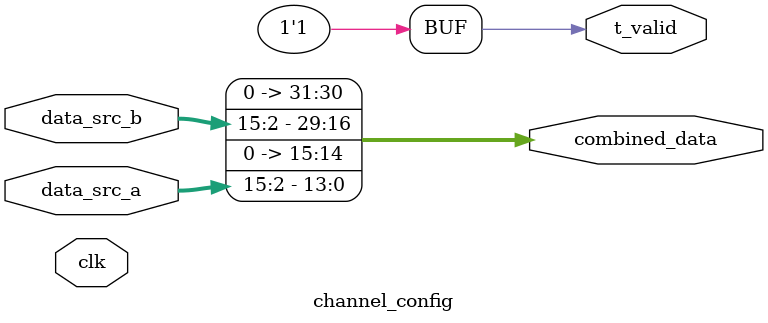
<source format=v>
module channel_config (
    input wire clk,      
    input wire [15:0] data_src_a,  
    input wire [15:0] data_src_b,   
    output wire [31:0] combined_data,
    output wire t_valid
);

assign t_valid = 1'b1;
assign combined_data = {2'b00, data_src_b[15:2], 2'b00, data_src_a[15:2]};

endmodule

</source>
